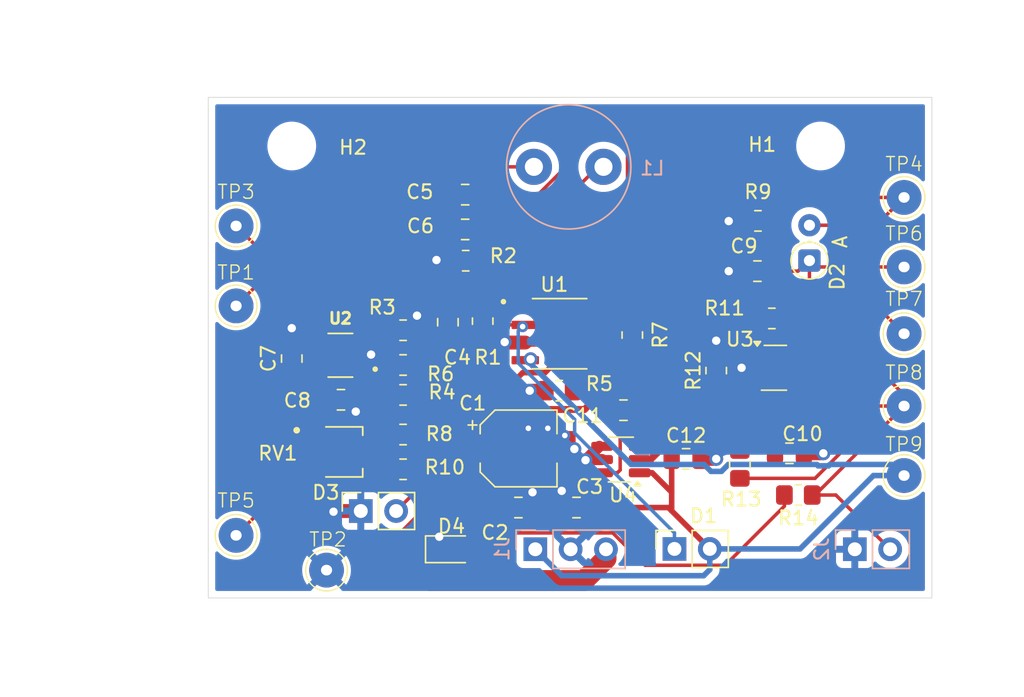
<source format=kicad_pcb>
(kicad_pcb (version 20241229) (generator "pcbnew") (generator_version "9.0")
  (layers (0 "F.Cu" signal) (2 "B.Cu" signal) (13 "F.Paste" user) (15 "B.Paste" user) (5 "F.SilkS" user "F.Silkscreen") (7 "B.SilkS" user "B.Silkscreen") (1 "F.Mask" user) (3 "B.Mask" user) (25 "Edge.Cuts" user))
  (net 0 "")
  (net 1 "GND")
  (net 2 "VCC")
  (net 3 "VEE")
  (net 4 "/Viu")
  (net 5 "Net-(D1-K)")
  (net 6 "/Vf")
  (net 7 "Net-(C5-Pad1)")
  (net 8 "Net-(U2--)")
  (net 9 "Net-(U4-C1-)")
  (net 10 "Net-(U4-C1+)")
  (net 11 "/Va")
  (net 12 "Net-(D3-A)")
  (net 13 "Net-(D4-A)")
  (net 14 "/Vir")
  (net 15 "Net-(U2-+)")
  (net 16 "Net-(U1B--)")
  (net 17 "/Vast")
  (net 18 "Net-(R8-Pad1)")
  (net 19 "/Vd")
  (footprint "Resistor_SMD:R_0805_2012Metric_Pad1.20x1.40mm_HandSolder" (layer "F.Cu") (at 64 69.25 180)
    (property "Reference" "R6" (at -2.7 -0.65 0) (layer "F.SilkS"))
    (property "Value" "100k")
    (pad "1" smd roundrect (at -1 0 180) (size 1.2 1.4) (layers "F.Cu" "F.Mask" "F.Paste") (roundrect_rratio 0.208333) (net 15 "Net-(U2-+)"))
    (pad "2" smd roundrect (at 1 0 180) (size 1.2 1.4) (layers "F.Cu" "F.Mask" "F.Paste") (roundrect_rratio 0.208333) (net 17 "/Vast"))
  )
  (footprint "Capacitor_SMD:C_0805_2012Metric_Pad1.18x1.45mm_HandSolder" (layer "F.Cu") (at 76.4625 79.5)
    (property "Reference" "C3" (at 0.9375 -1.5 0) (layer "F.SilkS"))
    (property "Value" "100n")
    (pad "1" smd roundrect (at -1.0375 0) (size 1.175 1.45) (layers "F.Cu" "F.Mask" "F.Paste") (roundrect_rratio 0.212766) (net 1 "GND"))
    (pad "2" smd roundrect (at 1.0375 0) (size 1.175 1.45) (layers "F.Cu" "F.Mask" "F.Paste") (roundrect_rratio 0.212766) (net 3 "VEE"))
  )
  (footprint "mesempreintes:TestPoint_Test-12" (layer "F.Cu") (at 52 59.25)
    (property "Reference" "TP3" (at 0 -2.45 0) (layer "F.SilkS") (effects (font (thickness 0.1))))
    (property "Value" "Vf")
    (pad "1" thru_hole circle (at 0 0) (size 2.5 2.5) (drill oval 0.8 0.762) (layers "*.Cu" "*.Mask") (net 6 "/Vf"))
  )
  (footprint "mesempreintes:TestPoint_Test-12" (layer "F.Cu") (at 100 67)
    (property "Reference" "TP7" (at 0 -2.5 0) (layer "F.SilkS") (effects (font (thickness 0.1))))
    (property "Value" "Vref")
    (pad "1" thru_hole circle (at 0 0) (size 2.5 2.5) (drill oval 0.8 0.762) (layers "*.Cu" "*.Mask") (net 19 "/Vd"))
  )
  (footprint "MCP6541T-E_OT:SOT95P280X145-5N" (layer "F.Cu") (at 59.495 68.55 180)
    (property "Reference" "U2" (at 0 2.65 0) (layer "F.SilkS") (effects (font (size 0.8 0.8) (thickness 0.2) (bold yes))))
    (property "Value" "MCP6541")
    (pad "1" smd roundrect (at -1.245 -0.95 180) (size 1.22 0.6) (layers "F.Cu" "F.Mask" "F.Paste") (net 17 "/Vast"))
    (pad "2" smd roundrect (at -1.245 0 180) (size 1.22 0.6) (layers "F.Cu" "F.Mask" "F.Paste") (net 1 "GND"))
    (pad "3" smd roundrect (at -1.245 0.95 180) (size 1.22 0.6) (layers "F.Cu" "F.Mask" "F.Paste") (net 15 "Net-(U2-+)"))
    (pad "4" smd roundrect (at 1.245 0.95 180) (size 1.22 0.6) (layers "F.Cu" "F.Mask" "F.Paste") (net 8 "Net-(U2--)"))
    (pad "5" smd roundrect (at 1.245 -0.95 180) (size 1.22 0.6) (layers "F.Cu" "F.Mask" "F.Paste") (net 2 "VCC"))
  )
  (footprint "Connector_PinSocket_2.54mm:PinSocket_1x02_P2.54mm_Vertical" (layer "F.Cu") (at 60.96 79.75 90)
    (property "Reference" "D3" (at 1.33 -2.51 180) (layer "F.SilkS"))
    (property "Value" "LED")
    (pad "1" thru_hole rect (at 0 0 90) (size 1.7 1.7) (drill 1) (layers "*.Cu" "*.Mask") (net 1 "GND"))
    (pad "2" thru_hole circle (at 0 2.54 90) (size 1.7 1.7) (drill 1) (layers "*.Cu" "*.Mask") (net 12 "Net-(D3-A)"))
  )
  (footprint "MountingHole:MountingHole_3mm" (layer "F.Cu") (at 94 53.5)
    (property "Reference" "H1" (at -4.2 -0.1 0) (layer "F.SilkS"))
    (property "Value" "MountingHole")
    (pad "" np_thru_hole circle (at 0 0) (size 3 3) (drill 3) (layers "*.Cu" "*.Mask"))
  )
  (footprint "Resistor_SMD:R_0805_2012Metric_Pad1.20x1.40mm_HandSolder" (layer "F.Cu") (at 89.5 58.885686 180)
    (property "Reference" "R9" (at 0 2.085686 0) (layer "F.SilkS"))
    (property "Value" "100k")
    (pad "1" smd roundrect (at -1 0 180) (size 1.2 1.4) (layers "F.Cu" "F.Mask" "F.Paste") (roundrect_rratio 0.208333) (net 19 "/Vd"))
    (pad "2" smd roundrect (at 1 0 180) (size 1.2 1.4) (layers "F.Cu" "F.Mask" "F.Paste") (roundrect_rratio 0.208333) (net 1 "GND"))
  )
  (footprint "mesempreintes:TestPoint_Test-12" (layer "F.Cu") (at 52 65)
    (property "Reference" "TP1" (at 0 -2.4 0) (layer "F.SilkS") (effects (font (thickness 0.1))))
    (property "Value" "Viu")
    (pad "1" thru_hole circle (at 0 0) (size 2.5 2.5) (drill oval 0.8 0.762) (layers "*.Cu" "*.Mask") (net 4 "/Viu"))
  )
  (footprint "Package_TO_SOT_SMD:SOT-23-6_Handsoldering" (layer "F.Cu") (at 79.65 76.05 180)
    (property "Reference" "U4" (at -0.15 -2.55 0) (layer "F.SilkS"))
    (property "Value" "MAX1719EUE+T")
    (pad "1" smd roundrect (at -1.35 -0.95 180) (size 1.56 0.65) (layers "F.Cu" "F.Mask" "F.Paste") (net 3 "VEE"))
    (pad "2" smd roundrect (at -1.35 0 180) (size 1.56 0.65) (layers "F.Cu" "F.Mask" "F.Paste") (net 2 "VCC"))
    (pad "3" smd roundrect (at -1.35 0.95 180) (size 1.56 0.65) (layers "F.Cu" "F.Mask" "F.Paste") (net 9 "Net-(U4-C1-)"))
    (pad "4" smd roundrect (at 1.35 0.95 180) (size 1.56 0.65) (layers "F.Cu" "F.Mask" "F.Paste") (net 1 "GND"))
    (pad "5" smd roundrect (at 1.35 0 180) (size 1.56 0.65) (layers "F.Cu" "F.Mask" "F.Paste") (net 1 "GND"))
    (pad "6" smd roundrect (at 1.35 -0.95 180) (size 1.56 0.65) (layers "F.Cu" "F.Mask" "F.Paste") (net 10 "Net-(U4-C1+)"))
  )
  (footprint "Resistor_SMD:R_0805_2012Metric_Pad1.20x1.40mm_HandSolder" (layer "F.Cu") (at 90.5 65.9 180)
    (property "Reference" "R11" (at 3.4 0.735 0) (layer "F.SilkS"))
    (property "Value" "100k")
    (pad "1" smd roundrect (at -1 0 180) (size 1.2 1.4) (layers "F.Cu" "F.Mask" "F.Paste") (roundrect_rratio 0.208333) (net 2 "VCC"))
    (pad "2" smd roundrect (at 1 0 180) (size 1.2 1.4) (layers "F.Cu" "F.Mask" "F.Paste") (roundrect_rratio 0.208333) (net 19 "/Vd"))
  )
  (footprint "Resistor_SMD:R_0805_2012Metric_Pad1.20x1.40mm_HandSolder" (layer "F.Cu") (at 86.5 69.65 90)
    (property "Reference" "R12" (at 0 -1.65 90) (layer "F.SilkS"))
    (property "Value" "10k")
    (pad "1" smd roundrect (at -1 0 90) (size 1.2 1.4) (layers "F.Cu" "F.Mask" "F.Paste") (roundrect_rratio 0.208333) (net 19 "/Vd"))
    (pad "2" smd roundrect (at 1 0 90) (size 1.2 1.4) (layers "F.Cu" "F.Mask" "F.Paste") (roundrect_rratio 0.208333) (net 1 "GND"))
  )
  (footprint "mesempreintes:TestPoint_Test-12" (layer "F.Cu") (at 100 77.2)
    (property "Reference" "TP9" (at 0 -2.25 0) (layer "F.SilkS") (effects (font (thickness 0.1))))
    (property "Value" "VEE")
    (pad "1" thru_hole circle (at 0 0) (size 2.5 2.5) (drill oval 0.8 0.762) (layers "*.Cu" "*.Mask") (net 3 "VEE"))
  )
  (footprint "Resistor_SMD:R_0805_2012Metric_Pad1.20x1.40mm_HandSolder" (layer "F.Cu") (at 92.4 78.6 180)
    (property "Reference" "R14" (at 0 -1.65 0) (layer "F.SilkS"))
    (property "Value" "330")
    (pad "1" smd roundrect (at -1 0 180) (size 1.2 1.4) (layers "F.Cu" "F.Mask" "F.Paste") (roundrect_rratio 0.208333) (net 14 "/Vir"))
    (pad "2" smd roundrect (at 1 0 180) (size 1.2 1.4) (layers "F.Cu" "F.Mask" "F.Paste") (roundrect_rratio 0.208333) (net 13 "Net-(D4-A)"))
  )
  (footprint "Resistor_SMD:R_0805_2012Metric_Pad1.20x1.40mm_HandSolder" (layer "F.Cu") (at 75.22 71.095 180)
    (property "Reference" "R5" (at -2.88 0.495 0) (layer "F.SilkS"))
    (property "Value" "10k")
    (pad "1" smd roundrect (at -1 0 180) (size 1.2 1.4) (layers "F.Cu" "F.Mask" "F.Paste") (roundrect_rratio 0.208333) (net 16 "Net-(U1B--)"))
    (pad "2" smd roundrect (at 1 0 180) (size 1.2 1.4) (layers "F.Cu" "F.Mask" "F.Paste") (roundrect_rratio 0.208333) (net 1 "GND"))
  )
  (footprint "Resistor_SMD:R_0805_2012Metric_Pad1.20x1.40mm_HandSolder" (layer "F.Cu") (at 69.72 66.095 90)
    (property "Reference" "R1" (at -2.605 0.38 180) (layer "F.SilkS"))
    (property "Value" "100k")
    (pad "1" smd roundrect (at -1 0 90) (size 1.2 1.4) (layers "F.Cu" "F.Mask" "F.Paste") (roundrect_rratio 0.208333) (net 5 "Net-(D1-K)"))
    (pad "2" smd roundrect (at 1 0 90) (size 1.2 1.4) (layers "F.Cu" "F.Mask" "F.Paste") (roundrect_rratio 0.208333) (net 4 "/Viu"))
  )
  (footprint "mesempreintes:TestPoint_Test-12" (layer "F.Cu") (at 58.5 84)
    (property "Reference" "TP2" (at 0.1 -2.2 0) (layer "F.SilkS") (effects (font (thickness 0.1))))
    (property "Value" "GND")
    (pad "1" thru_hole circle (at 0 0) (size 2.5 2.5) (drill oval 0.8 0.762) (layers "*.Cu" "*.Mask") (net 1 "GND"))
  )
  (footprint "mesempreintes:TestPoint_Test-12" (layer "F.Cu") (at 52 81.5)
    (property "Reference" "TP5" (at 0 -2.5 0) (layer "F.SilkS") (effects (font (thickness 0.1))))
    (property "Value" "Vast")
    (pad "1" thru_hole circle (at 0 0) (size 2.5 2.5) (drill oval 0.8 0.762) (layers "*.Cu" "*.Mask") (net 17 "/Vast"))
  )
  (footprint "Capacitor_SMD:C_0805_2012Metric_Pad1.18x1.45mm_HandSolder" (layer "F.Cu") (at 84.3375 76)
    (property "Reference" "C12" (at 0 -1.68 0) (layer "F.SilkS"))
    (property "Value" "1u")
    (pad "1" smd roundrect (at -1.0375 0) (size 1.175 1.45) (layers "F.Cu" "F.Mask" "F.Paste") (roundrect_rratio 0.212766) (net 3 "VEE"))
    (pad "2" smd roundrect (at 1.0375 0) (size 1.175 1.45) (layers "F.Cu" "F.Mask" "F.Paste") (roundrect_rratio 0.212766) (net 1 "GND"))
  )
  (footprint "Capacitor_SMD:C_0805_2012Metric_Pad1.18x1.45mm_HandSolder" (layer "F.Cu") (at 79.8375 72.5)
    (property "Reference" "C11" (at -2.9375 0.4 0) (layer "F.SilkS"))
    (property "Value" "1u")
    (pad "1" smd roundrect (at -1.0375 0) (size 1.175 1.45) (layers "F.Cu" "F.Mask" "F.Paste") (roundrect_rratio 0.212766) (net 10 "Net-(U4-C1+)"))
    (pad "2" smd roundrect (at 1.0375 0) (size 1.175 1.45) (layers "F.Cu" "F.Mask" "F.Paste") (roundrect_rratio 0.212766) (net 9 "Net-(U4-C1-)"))
  )
  (footprint "mesempreintes:TestPoint_Test-12" (layer "F.Cu") (at 100 62.2)
    (property "Reference" "TP6" (at 0 -2.4 0) (layer "F.SilkS") (effects (font (thickness 0.1))))
    (property "Value" "Vd")
    (pad "1" thru_hole circle (at 0 0) (size 2.5 2.5) (drill oval 0.8 0.762) (layers "*.Cu" "*.Mask") (net 19 "/Vd"))
  )
  (footprint "Capacitor_SMD:C_0805_2012Metric_Pad1.18x1.45mm_HandSolder" (layer "F.Cu") (at 91.7625 75.6)
    (property "Reference" "C10" (at 0.9375 -1.4 0) (layer "F.SilkS"))
    (property "Value" "100n")
    (pad "1" smd roundrect (at -1.0375 0) (size 1.175 1.45) (layers "F.Cu" "F.Mask" "F.Paste") (roundrect_rratio 0.212766) (net 2 "VCC"))
    (pad "2" smd roundrect (at 1.0375 0) (size 1.175 1.45) (layers "F.Cu" "F.Mask" "F.Paste") (roundrect_rratio 0.212766) (net 1 "GND"))
  )
  (footprint "Resistor_SMD:R_0805_2012Metric_Pad1.20x1.40mm_HandSolder" (layer "F.Cu") (at 88.2 76.4 -90)
    (property "Reference" "R13" (at 2.5 -0.1 180) (layer "F.SilkS"))
    (property "Value" "330")
    (pad "1" smd roundrect (at -1 0 270) (size 1.2 1.4) (layers "F.Cu" "F.Mask" "F.Paste") (roundrect_rratio 0.208333) (net 2 "VCC"))
    (pad "2" smd roundrect (at 1 0 270) (size 1.2 1.4) (layers "F.Cu" "F.Mask" "F.Paste") (roundrect_rratio 0.208333) (net 14 "/Vir"))
  )
  (footprint "Capacitor_SMD:CP_Elec_5x5.4" (layer "F.Cu") (at 72.3 75.25)
    (property "Reference" "C1" (at -3.3 -3.25 0) (layer "F.SilkS"))
    (property "Value" "47u")
    (pad "1" smd roundrect (at -2.2 0) (size 3 1.6) (layers "F.Cu" "F.Mask" "F.Paste") (roundrect_rratio 0.15625) (net 2 "VCC"))
    (pad "2" smd roundrect (at 2.2 0) (size 3 1.6) (layers "F.Cu" "F.Mask" "F.Paste") (roundrect_rratio 0.15625) (net 1 "GND"))
  )
  (footprint "Capacitor_SMD:C_0805_2012Metric_Pad1.18x1.45mm_HandSolder" (layer "F.Cu") (at 59.5375 71.75)
    (property "Reference" "C8" (at -3.1375 0.05 0) (layer "F.SilkS"))
    (property "Value" "100n")
    (pad "1" smd roundrect (at -1.0375 0) (size 1.175 1.45) (layers "F.Cu" "F.Mask" "F.Paste") (roundrect_rratio 0.212766) (net 2 "VCC"))
    (pad "2" smd roundrect (at 1.0375 0) (size 1.175 1.45) (layers "F.Cu" "F.Mask" "F.Paste") (roundrect_rratio 0.212766) (net 1 "GND"))
  )
  (footprint "Capacitor_SMD:C_0805_2012Metric_Pad1.18x1.45mm_HandSolder" (layer "F.Cu") (at 68.4625 59.5)
    (property "Reference" "C6" (at -3.2125 -0.25 0) (layer "F.SilkS"))
    (property "Value" "1n")
    (pad "1" smd roundrect (at -1.0375 0) (size 1.175 1.45) (layers "F.Cu" "F.Mask" "F.Paste") (roundrect_rratio 0.212766) (net 7 "Net-(C5-Pad1)"))
    (pad "2" smd roundrect (at 1.0375 0) (size 1.175 1.45) (layers "F.Cu" "F.Mask" "F.Paste") (roundrect_rratio 0.212766) (net 6 "/Vf"))
  )
  (footprint "Resistor_SMD:R_0805_2012Metric_Pad1.20x1.40mm_HandSolder" (layer "F.Cu") (at 68.5 61.75 180)
    (property "Reference" "R2" (at -2.7 0.35 0) (layer "F.SilkS"))
    (property "Value" "100")
    (pad "1" smd roundrect (at -1 0 180) (size 1.2 1.4) (layers "F.Cu" "F.Mask" "F.Paste") (roundrect_rratio 0.208333) (net 6 "/Vf"))
    (pad "2" smd roundrect (at 1 0 180) (size 1.2 1.4) (layers "F.Cu" "F.Mask" "F.Paste") (roundrect_rratio 0.208333) (net 1 "GND"))
  )
  (footprint "Capacitor_SMD:C_0805_2012Metric_Pad1.18x1.45mm_HandSolder" (layer "F.Cu") (at 72.2875 79.5)
    (property "Reference" "C2" (at -1.683063 1.8 0) (layer "F.SilkS"))
    (property "Value" "100n")
    (pad "1" smd roundrect (at -1.0375 0) (size 1.175 1.45) (layers "F.Cu" "F.Mask" "F.Paste") (roundrect_rratio 0.212766) (net 2 "VCC"))
    (pad "2" smd roundrect (at 1.0375 0) (size 1.175 1.45) (layers "F.Cu" "F.Mask" "F.Paste") (roundrect_rratio 0.212766) (net 1 "GND"))
  )
  (footprint "mesempreintes:TestPoint_Test-12" (layer "F.Cu") (at 100 72.2)
    (property "Reference" "TP8" (at 0 -2.4 0) (layer "F.SilkS") (effects (font (thickness 0.1))))
    (property "Value" "Vir")
    (pad "1" thru_hole circle (at 0 0) (size 2.5 2.5) (drill oval 0.8 0.762) (layers "*.Cu" "*.Mask") (net 14 "/Vir"))
  )
  (footprint "Resistor_SMD:R_0805_2012Metric_Pad1.20x1.40mm_HandSolder" (layer "F.Cu") (at 64 76.75)
    (property "Reference" "R10" (at 3 -0.15 0) (layer "F.SilkS"))
    (property "Value" "330k")
    (pad "1" smd roundrect (at -1 0) (size 1.2 1.4) (layers "F.Cu" "F.Mask" "F.Paste") (roundrect_rratio 0.208333) (net 17 "/Vast"))
    (pad "2" smd roundrect (at 1 0) (size 1.2 1.4) (layers "F.Cu" "F.Mask" "F.Paste") (roundrect_rratio 0.208333) (net 12 "Net-(D3-A)"))
  )
  (footprint "Diode_THT:D_DO-35_SOD27_P2.54mm_Vertical_AnodeUp" (layer "F.Cu") (at 93.2 61.74 90)
    (property "Reference" "D2" (at -1.16 2 90) (layer "F.SilkS"))
    (property "Value" "1N4148")
    (fp_text user "A" (at 1.34 2.2 90) (layer "F.SilkS"))
    (pad "1" thru_hole roundrect (at 0 0 90) (size 1.6 1.6) (drill 0.8) (layers "*.Cu" "*.Mask") (roundrect_rratio 0.15625) (net 19 "/Vd"))
    (pad "2" thru_hole circle (at 2.54 0 90) (size 1.6 1.6) (drill 0.8) (layers "*.Cu" "*.Mask") (net 11 "/Va"))
  )
  (footprint "MountingHole:MountingHole_3mm" (layer "F.Cu") (at 56 53.5)
    (property "Reference" "H2" (at 4.4 0.1 0) (layer "F.SilkS"))
    (property "Value" "MountingHole")
    (pad "" np_thru_hole circle (at 0 0) (size 3 3) (drill 3) (layers "*.Cu" "*.Mask"))
  )
  (footprint "Package_TO_SOT_SMD:SOT-23-5_HandSoldering" (layer "F.Cu") (at 90.65 69.45)
    (property "Reference" "U3" (at -2.45 -2.05 0) (layer "F.SilkS"))
    (property "Value" "LMV331")
    (pad "1" smd roundrect (at -1.35 -0.95) (size 1.56 0.65) (layers "F.Cu" "F.Mask" "F.Paste") (net 19 "/Vd"))
    (pad "2" smd roundrect (at -1.35 0) (size 1.56 0.65) (layers "F.Cu" "F.Mask" "F.Paste") (net 1 "GND"))
    (pad "3" smd roundrect (at -1.35 0.95) (size 1.56 0.65) (layers "F.Cu" "F.Mask" "F.Paste") (net 19 "/Vd"))
    (pad "4" smd roundrect (at 1.35 0.95) (size 1.56 0.65) (layers "F.Cu" "F.Mask" "F.Paste") (net 14 "/Vir"))
    (pad "5" smd roundrect (at 1.35 -0.95) (size 1.56 0.65) (layers "F.Cu" "F.Mask" "F.Paste") (net 2 "VCC"))
  )
  (footprint "Resistor_SMD:R_0805_2012Metric_Pad1.20x1.40mm_HandSolder" (layer "F.Cu") (at 64 66.75 180)
    (property "Reference" "R3" (at 1.5 1.65 0) (layer "F.SilkS"))
    (property "Value" "100k")
    (pad "1" smd roundrect (at -1 0 180) (size 1.2 1.4) (layers "F.Cu" "F.Mask" "F.Paste") (roundrect_rratio 0.208333) (net 1 "GND"))
    (pad "2" smd roundrect (at 1 0 180) (size 1.2 1.4) (layers "F.Cu" "F.Mask" "F.Paste") (roundrect_rratio 0.208333) (net 15 "Net-(U2-+)"))
  )
  (footprint "LMV358IDR:SOIC127P599X175-8N" (layer "F.Cu") (at 75.25 67)
    (property "Reference" "U1" (at -0.385 -3.537 0) (layer "F.SilkS"))
    (property "Value" "LMV358")
    (pad "1" smd roundrect (at -2.47 -1.905) (size 1.97 0.6) (layers "F.Cu" "F.Mask" "F.Paste") (roundrect_rratio 0.125) (net 4 "/Viu"))
    (pad "2" smd roundrect (at -2.47 -0.635) (size 1.97 0.6) (layers "F.Cu" "F.Mask" "F.Paste") (roundrect_rratio 0.125) (net 5 "Net-(D1-K)"))
    (pad "3" smd roundrect (at -2.47 0.635) (size 1.97 0.6) (layers "F.Cu" "F.Mask" "F.Paste") (roundrect_rratio 0.125) (net 1 "GND"))
    (pad "4" smd roundrect (at -2.47 1.905) (size 1.97 0.6) (layers "F.Cu" "F.Mask" "F.Paste") (roundrect_rratio 0.125) (net 3 "VEE"))
    (pad "5" smd roundrect (at 2.47 1.905) (size 1.97 0.6) (layers "F.Cu" "F.Mask" "F.Paste") (roundrect_rratio 0.125) (net 6 "/Vf"))
    (pad "6" smd roundrect (at 2.47 0.635) (size 1.97 0.6) (layers "F.Cu" "F.Mask" "F.Paste") (roundrect_rratio 0.125) (net 16 "Net-(U1B--)"))
    (pad "7" smd roundrect (at 2.47 -0.635) (size 1.97 0.6) (layers "F.Cu" "F.Mask" "F.Paste") (roundrect_rratio 0.125) (net 11 "/Va"))
    (pad "8" smd roundrect (at 2.47 -1.905) (size 1.97 0.6) (layers "F.Cu" "F.Mask" "F.Paste") (roundrect_rratio 0.125) (net 2 "VCC"))
  )
  (footprint "TC33X-2-203E:TRIM_TC33X-2-203E" (layer "F.Cu") (at 59.3 75.5)
    (property "Reference" "RV1" (at -4.3 0.1 0) (layer "F.SilkS") (effects (font (size 1.000165 1.000165))))
    (property "Value" "5k")
    (pad "1" smd rect (at -1.8 -1) (size 1.2 1.2) (layers "F.Cu" "F.Mask" "F.Paste") (net 8 "Net-(U2--)"))
    (pad "2" smd rect (at 1.45 0) (size 1.5 1.6) (layers "F.Cu" "F.Mask" "F.Paste") (net 18 "Net-(R8-Pad1)"))
    (pad "3" smd rect (at -1.8 1) (size 1.2 1.2) (layers "F.Cu" "F.Mask" "F.Paste") (net 18 "Net-(R8-Pad1)"))
  )
  (footprint "Resistor_SMD:R_0805_2012Metric_Pad1.20x1.40mm_HandSolder" (layer "F.Cu") (at 64 71.4 180)
    (property "Reference" "R4" (at -2.8 0.2 0) (layer "F.SilkS"))
    (property "Value" "100k")
    (pad "1" smd roundrect (at -1 0 180) (size 1.2 1.4) (layers "F.Cu" "F.Mask" "F.Paste") (roundrect_rratio 0.208333) (net 2 "VCC"))
    (pad "2" smd roundrect (at 1 0 180) (size 1.2 1.4) (layers "F.Cu" "F.Mask" "F.Paste") (roundrect_rratio 0.208333) (net 15 "Net-(U2-+)"))
  )
  (footprint "mesempreintes:TestPoint_Test-12" (layer "F.Cu") (at 100 57.2)
    (property "Reference" "TP4" (at 0 -2.4 0) (layer "F.SilkS") (effects (font (thickness 0.1))))
    (property "Value" "Va")
    (pad "1" thru_hole circle (at 0 0) (size 2.5 2.5) (drill oval 0.8 0.762) (layers "*.Cu" "*.Mask") (net 11 "/Va"))
  )
  (footprint "Capacitor_SMD:C_0805_2012Metric_Pad1.18x1.45mm_HandSolder" (layer "F.Cu") (at 68.4625 57)
    (property "Reference" "C5" (at -3.2625 -0.2 0) (layer "F.SilkS"))
    (property "Value" "10n")
    (pad "1" smd roundrect (at -1.0375 0) (size 1.175 1.45) (layers "F.Cu" "F.Mask" "F.Paste") (roundrect_rratio 0.212766) (net 7 "Net-(C5-Pad1)"))
    (pad "2" smd roundrect (at 1.0375 0) (size 1.175 1.45) (layers "F.Cu" "F.Mask" "F.Paste") (roundrect_rratio 0.212766) (net 6 "/Vf"))
  )
  (footprint "Resistor_SMD:R_0805_2012Metric_Pad1.20x1.40mm_HandSolder" (layer "F.Cu") (at 80.47 67.095 90)
    (property "Reference" "R7" (at 0 2 90) (layer "F.SilkS"))
    (property "Value" "100k")
    (pad "1" smd roundrect (at -1 0 90) (size 1.2 1.4) (layers "F.Cu" "F.Mask" "F.Paste") (roundrect_rratio 0.208333) (net 16 "Net-(U1B--)"))
    (pad "2" smd roundrect (at 1 0 90) (size 1.2 1.4) (layers "F.Cu" "F.Mask" "F.Paste") (roundrect_rratio 0.208333) (net 11 "/Va"))
  )
  (footprint "Capacitor_SMD:C_0805_2012Metric_Pad1.18x1.45mm_HandSolder" (layer "F.Cu") (at 56 68.7875 90)
    (property "Reference" "C7" (at 0 -1.68 90) (layer "F.SilkS"))
    (property "Value" "1n")
    (pad "1" smd roundrect (at -1.0375 0 90) (size 1.175 1.45) (layers "F.Cu" "F.Mask" "F.Paste") (roundrect_rratio 0.212766) (net 8 "Net-(U2--)"))
    (pad "2" smd roundrect (at 1.0375 0 90) (size 1.175 1.45) (layers "F.Cu" "F.Mask" "F.Paste") (roundrect_rratio 0.212766) (net 1 "GND"))
  )
  (footprint "Resistor_SMD:R_0805_2012Metric_Pad1.20x1.40mm_HandSolder" (layer "F.Cu") (at 64 74.25)
    (property "Reference" "R8" (at 2.6 -0.05 0) (layer "F.SilkS"))
    (property "Value" "56k")
    (pad "1" smd roundrect (at -1 0) (size 1.2 1.4) (layers "F.Cu" "F.Mask" "F.Paste") (roundrect_rratio 0.208333) (net 18 "Net-(R8-Pad1)"))
    (pad "2" smd roundrect (at 1 0) (size 1.2 1.4) (layers "F.Cu" "F.Mask" "F.Paste") (roundrect_rratio 0.208333) (net 17 "/Vast"))
  )
  (footprint "Capacitor_SMD:C_0805_2012Metric_Pad1.18x1.45mm_HandSolder" (layer "F.Cu") (at 67.22 66.1725 90)
    (property "Reference" "C4" (at -2.5275 0.68 180) (layer "F.SilkS"))
    (property "Value" "10p")
    (pad "1" smd roundrect (at -1.0375 0 90) (size 1.175 1.45) (layers "F.Cu" "F.Mask" "F.Paste") (roundrect_rratio 0.212766) (net 5 "Net-(D1-K)"))
    (pad "2" smd roundrect (at 1.0375 0 90) (size 1.175 1.45) (layers "F.Cu" "F.Mask" "F.Paste") (roundrect_rratio 0.212766) (net 4 "/Viu"))
  )
  (footprint "LED_SMD:LED_0805_2012Metric_Pad1.15x1.40mm_HandSolder" (layer "F.Cu") (at 67.475 82.5)
    (property "Reference" "D4" (at 0 -1.65 0) (layer "F.SilkS"))
    (property "Value" "LED")
    (pad "1" smd roundrect (at -1.025 0) (size 1.15 1.4) (layers "F.Cu" "F.Mask" "F.Paste") (roundrect_rratio 0.217391) (net 1 "GND"))
    (pad "2" smd roundrect (at 1.025 0) (size 1.15 1.4) (layers "F.Cu" "F.Mask" "F.Paste") (roundrect_rratio 0.217391) (net 13 "Net-(D4-A)"))
  )
  (footprint "Capacitor_SMD:C_0805_2012Metric_Pad1.18x1.45mm_HandSolder" (layer "F.Cu") (at 89.4625 62.5 180)
    (property "Reference" "C9" (at 0.9625 1.8 0) (layer "F.SilkS"))
    (property "Value" "10n")
    (pad "1" smd roundrect (at -1.0375 0 180) (size 1.175 1.45) (layers "F.Cu" "F.Mask" "F.Paste") (roundrect_rratio 0.212766) (net 19 "/Vd"))
    (pad "2" smd roundrect (at 1.0375 0 180) (size 1.175 1.45) (layers "F.Cu" "F.Mask" "F.Paste") (roundrect_rratio 0.212766) (net 1 "GND"))
  )
  (footprint "Connector_PinSocket_2.54mm:PinSocket_1x02_P2.54mm_Vertical" (layer "F.Cu") (at 83.5 82.475 90)
    (property "Reference" "D1" (at 2.375 2.1 180) (layer "F.SilkS"))
    (property "Value" "SFH203FA")
    (pad "1" thru_hole rect (at 0 0 90) (size 1.7 1.7) (drill 1) (layers "*.Cu" "*.Mask") (net 5 "Net-(D1-K)"))
    (pad "2" thru_hole circle (at 0 2.54 90) (size 1.7 1.7) (drill 1) (layers "*.Cu" "*.Mask") (net 3 "VEE"))
  )
  (footprint "Connector_PinHeader_2.54mm:PinHeader_1x02_P2.54mm_Vertical" (layer "B.Cu") (at 96.46 82.5 -90)
    (property "Reference" "J2" (at 0 2.38 90) (layer "B.SilkS") (effects (justify mirror)))
    (property "Value" "Conn_01x02_Pin")
    (pad "1" thru_hole rect (at 0 0 270) (size 1.7 1.7) (drill 1) (layers "*.Cu" "*.Mask") (net 1 "GND"))
    (pad "2" thru_hole circle (at 0 -2.54 270) (size 1.7 1.7) (drill 1) (layers "*.Cu" "*.Mask") (net 14 "/Vir"))
  )
  (footprint "Connector_PinHeader_2.54mm:PinHeader_1x03_P2.54mm_Vertical" (layer "B.Cu") (at 73.5 82.5 -90)
    (property "Reference" "J1" (at 0 2.38 90) (layer "B.SilkS") (effects (justify mirror)))
    (property "Value" "Alimentation")
    (pad "1" thru_hole rect (at 0 0 270) (size 1.7 1.7) (drill 1) (layers "*.Cu" "*.Mask") (net 3 "VEE"))
    (pad "2" thru_hole circle (at 0 -2.54 270) (size 1.7 1.7) (drill 1) (layers "*.Cu" "*.Mask") (net 1 "GND"))
    (pad "3" thru_hole circle (at 0 -5.08 270) (size 1.7 1.7) (drill 1) (layers "*.Cu" "*.Mask") (net 2 "VCC"))
  )
  (footprint "Inductor_THT:L_Radial_D8.7mm_P5.00mm_Fastron_07HCP" (layer "B.Cu") (at 78.4 55 180)
    (property "Reference" "L1" (at -3.5 -0.1 0) (layer "B.SilkS") (effects (justify mirror)))
    (property "Value" "22m")
    (pad "1" thru_hole circle (at 0 0 180) (size 2.6 2.6) (drill 1.3) (layers "*.Cu" "*.Mask") (net 4 "/Viu"))
    (pad "2" thru_hole circle (at 5 0 180) (size 2.6 2.6) (drill 1.3) (layers "*.Cu" "*.Mask") (net 7 "Net-(C5-Pad1)"))
  )
  (gr_rect (start 50 50) (end 102 86) (stroke (width 0.05)) (fill no) (layer "Edge.Cuts"))
  (gr_text "Détecteur de présence" (at 73.6 52.3 0) (layer "F.Cu") (effects (font (size 1 1) (thickness 0.25) (bold yes)) (justify left bottom)))
  (gr_text "Mustapha Lahmer" (at 59 52.3 0) (layer "F.Cu") (effects (font (size 1 1) (thickness 0.25) (bold yes)) (justify left bottom)))
  (segment (start 78.3 75.1) (end 78.1 75.1) (width 0.4) (layer "F.Cu") (net 1))
  (segment (start 88.350001 69.449999) (end 88.323289 69.449999) (width 0.8) (layer "F.Cu") (net 1))
  (segment (start 60.575 71.75) (end 60.575 72.575) (width 0.8) (layer "F.Cu") (net 1))
  (segment (start 75.425 78.325) (end 75.4 78.3) (width 1) (layer "F.Cu") (net 1))
  (segment (start 73.325 78.425) (end 73.3 78.4) (width 1) (layer "F.Cu") (net 1))
  (segment (start 73.325 79.5) (end 73.325 78.425) (width 1) (layer "F.Cu") (net 1))
  (segment (start 88.45 69.45) (end 88.4 69.4) (width 0.8) (layer "F.Cu") (net 1))
  (segment (start 60.74 68.55) (end 61.65 68.55) (width 0.8) (layer "F.Cu") (net 1))
  (segment (start 72.78 67.635) (end 71.335 67.635) (width 1) (layer "F.Cu") (net 1))
  (segment (start 60.96 79.75) (end 59.05 79.75) (width 1) (layer "F.Cu") (net 1))
  (segment (start 66.45 81.75) (end 66.6 81.6) (width 1) (layer "F.Cu") (net 1))
  (segment (start 66.45 82.5) (end 66.45 81.75) (width 1) (layer "F.Cu") (net 1))
  (segment (start 59.05 79.75) (end 59 79.8) (width 1) (layer "F.Cu") (net 1))
  (segment (start 65 66.75) (end 65 65.7) (width 1) (layer "F.Cu") (net 1))
  (segment (start 77.107598 76.092408) (end 77.107614 76.092408) (width 0.8) (layer "F.Cu") (net 1))
  (segment (start 77.15 76.05) (end 78.3 76.05) (width 0.8) (layer "F.Cu") (net 1))
  (segment (start 74.22 71.095) (end 73.105 71.095) (width 1) (layer "F.Cu") (net 1))
  (segment (start 71.335 67.635) (end 71.3 67.6) (width 1) (layer "F.Cu") (net 1))
  (segment (start 73.105 71.095) (end 73.1 71.1) (width 1) (layer "F.Cu") (net 1))
  (segment (start 92.8 75.6) (end 94.2 75.6) (width 1) (layer "F.Cu") (net 1))
  (segment (start 60.575 72.575) (end 60.6 72.6) (width 0.8) (layer "F.Cu") (net 1))
  (segment (start 56 67.75) (end 56 66.6) (width 1) (layer "F.Cu") (net 1))
  (segment (start 67.5 61.75) (end 66.45 61.75) (width 1) (layer "F.Cu") (net 1))
  (segment (start 66.45 61.75) (end 66.4 61.7) (width 1) (layer "F.Cu") (net 1))
  (segment (start 88.5 58.885686) (end 87.414314 58.885686) (width 1) (layer "F.Cu") (net 1))
  (segment (start 89.3 69.45) (end 88.45 69.45) (width 0.8) (layer "F.Cu") (net 1))
  (segment (start 77.15 76.050022) (end 77.15 76.05) (width 0.8) (layer "F.Cu") (net 1))
  (segment (start 88.4 69.4) (end 88.350001 69.449999) (width 0.8) (layer "F.Cu") (net 1))
  (segment (start 86.5 68.65) (end 86.5 67.5) (width 1) (layer "F.Cu") (net 1))
  (segment (start 74.5 75.25) (end 76.26519 75.25) (width 0.4) (layer "F.Cu") (net 1))
  (segment (start 75.425 79.5) (end 75.425 78.325) (width 1) (layer "F.Cu") (net 1))
  (segment (start 87.414314 58.885686) (end 87.4 58.9) (width 1) (layer "F.Cu") (net 1))
  (segment (start 76.26519 75.25) (end 76.307595 75.292405) (width 0.4) (layer "F.Cu") (net 1))
  (segment (start 85.375 76) (end 86.5 76) (width 1) (layer "F.Cu") (net 1))
  (segment (start 77.107614 76.092408) (end 77.15 76.050022) (width 0.8) (layer "F.Cu") (net 1))
  (segment (start 78.1 75.1) (end 77.15 76.05) (width 0.8) (layer "F.Cu") (net 1))
  (segment (start 88.425 62.5) (end 87.4 62.5) (width 1) (layer "F.Cu") (net 1))
  (segment (start 61.65 68.55) (end 61.7 68.5) (width 0.8) (layer "F.Cu") (net 1))
  (via (at 73 73.8) (size 0.8) (drill 0.4) (layers "F.Cu" "B.Cu") (net 1))
  (via (at 59 79.8) (size 1) (drill 0.6) (layers "F.Cu" "B.Cu") (net 1))
  (via (at 77.107598 76.092408) (size 1) (drill 0.6) (layers "F.Cu" "B.Cu") (net 1))
  (via (at 76.307595 75.292405) (size 1) (drill 0.6) (layers "F.Cu" "B.Cu") (net 1))
  (via (at 74.4 73.8) (size 0.8) (drill 0.4) (layers "F.Cu" "B.Cu") (net 1))
  (via (at 56 66.6) (size 1) (drill 0.6) (layers "F.Cu" "B.Cu") (net 1))
  (via (at 94.2 75.6) (size 1) (drill 0.6) (layers "F.Cu" "B.Cu") (net 1))
  (via (at 66.6 81.6) (size 1) (drill 0.6) (layers "F.Cu" "B.Cu") (net 1))
  (via (at 73.1 71.1) (size 1) (drill 0.6) (layers "F.Cu" "B.Cu") (net 1))
  (via (at 87.4 62.5) (size 1) (drill 0.6) (layers "F.Cu" "B.Cu") (net 1))
  (via (at 86.5 67.5) (size 1) (drill 0.6) (layers "F.Cu" "B.Cu") (net 1))
  (via (at 60.6 72.6) (size 1) (drill 0.6) (layers "F.Cu" "B.Cu") (net 1))
  (via (at 73.3 78.4) (size 1) (drill 0.6) (layers "F.Cu" "B.Cu") (net 1))
  (via (at 88.323289 69.449999) (size 1) (drill 0.6) (layers "F.Cu" "B.Cu") (net 1))
  (via (at 87.4 58.9) (size 1) (drill 0.6) (layers "F.Cu" "B.Cu") (net 1))
  (via (at 86.5 76) (size 1) (drill 0.6) (layers "F.Cu" "B.Cu") (net 1))
  (via (at 71.3 67.6) (size 1) (drill 0.6) (layers "F.Cu" "B.Cu") (net 1))
  (via (at 75.622221 74.318212) (size 0.8) (drill 0.4) (layers "F.Cu" "B.Cu") (net 1))
  (via (at 75.4 78.3) (size 1) (drill 0.6) (layers "F.Cu" "B.Cu") (net 1))
  (via (at 65 65.7) (size 1) (drill 0.6) (layers "F.Cu" "B.Cu") (net 1))
  (via (at 66.4 61.7) (size 1) (drill 0.6) (layers "F.Cu" "B.Cu") (net 1))
  (via (at 61.7 68.5) (size 1) (drill 0.6) (layers "F.Cu" "B.Cu") (net 1))
  (segment (start 82.4 74) (end 82.4 74.2) (width 0.5) (layer "F.Cu") (net 2))
  (segment (start 89.2 72.6) (end 89 72.4) (width 1) (layer "F.Cu") (net 2))
  (segment (start 90 72.4) (end 90.6 72.4) (width 1.5) (layer "F.Cu") (net 2))
  (segment (start 70.1 74.1) (end 68.8 72.8) (width 1.5) (layer "F.Cu") (net 2))
  (segment (start 63.6 82.4) (end 66.4 79.6) (width 1.5) (layer "F.Cu") (net 2))
  (segment (start 93.481 69.875324) (end 93.481 70.924676) (width 1) (layer "F.Cu") (net 2))
  (segment (start 65 71.4) (end 67.4 71.4) (width 1) (layer "F.Cu") (net 2))
  (segment (start 91.5 65.9) (end 95.6 70) (width 1) (layer "F.Cu") (net 2))
  (segment (start 67.4 71.4) (end 67.5 71.5) (width 1) (layer "F.Cu") (net 2))
  (segment (start 91.6 72.4) (end 89 72.4) (width 1) (layer "F.Cu") (net 2))
  (segment (start 88.2 72.4) (end 89 72.4) (width 1.5) (layer "F.Cu") (net 2))
  (segment (start 84 72.4) (end 88.2 72.4) (width 1.5) (layer "F.Cu") (net 2))
  (segment (start 92.105676 68.5) (end 93.481 69.875324) (width 1) (layer "F.Cu") (net 2))
  (segment (start 66.4 79.6) (end 69 79.6) (width 1.5) (layer "F.Cu") (net 2))
  (segment (start 84 72.4) (end 82.4 74) (width 1.5) (layer "F.Cu") (net 2))
  (segment (start 92.005676 72.4) (end 91.652122 72.4) (width 1) (layer "F.Cu") (net 2))
  (segment (start 61.949 71.313208) (end 61.949 72.147292) (width 0.5) (layer "F.Cu") (net 2))
  (segment (start 82.2615 75.568499) (end 82.2615 74.3385) (width 0.5) (layer "F.Cu") (net 2))
  (segment (start 75 65.8) (end 75 69) (width 0.4) (layer "F.Cu") (net 2))
  (segment (start 75 69) (end 74.2 69.8) (width 0.4) (layer "F.Cu") (net 2))
  (segment (start 71.25 79.5) (end 69.5 79.5) (width 1) (layer "F.Cu") (net 2))
  (segment (start 82.4 70.8) (end 84 72.4) (width 0.5) (layer "F.Cu") (net 2))
  (segment (start 95.6 71.2) (end 93 73.8) (width 1) (layer "F.Cu") (net 2))
  (segment (start 62.401708 72.6) (end 68.6 72.6) (width 0.5) (layer "F.Cu") (net 2))
  (segment (start 70.8 70.8) (end 71.2 70.8) (width 1.5) (layer "F.Cu") (net 2))
  (segment (start 68.8 72.8) (end 67.5 71.5) (width 1.5) (layer "F.Cu") (net 2))
  (segment (start 70.1 74.789397) (end 72.440397 72.449) (width 1.5) (layer "F.Cu") (net 2))
  (segment (start 81 76.05) (end 81.779999 76.05) (width 0.5) (layer "F.Cu") (net 2))
  (segment (start 92 68.5) (end 92.105676 68.5) (width 1) (layer "F.Cu") (net 2))
  (segment (start 90.725 73.125) (end 90 72.4) (width 1) (layer "F.Cu") (net 2))
  (segment (start 61.209792 70.574) (end 61.949 71.313208) (width 0.5) (layer "F.Cu") (net 2))
  (segment (start 88.2 75.4) (end 88.2 72.4) (width 1) (layer "F.Cu") (net 2))
  (segment (start 81.779999 76.05) (end 82.2615 75.568499) (width 0.5) (layer "F.Cu") (net 2))
  (segment (start 58.5 71.75) (end 58.5 69.75) (width 1) (layer "F.Cu") (net 2))
  (segment (start 70.1 75.25) (end 70.1 74.1) (width 1.5) (layer "F.Cu") (net 2))
  (segment (start 58.25 69.5) (end 59.324 70.574) (width 0.5) (layer "F.Cu") (net 2))
  (segment (start 95.6 70) (end 95.6 71.2) (width 1) (layer "F.Cu") (net 2))
  (segment (start 68.8 72.8) (end 70.8 70.8) (width 1.5) (layer "F.Cu") (net 2))
  (segment (start 93.481 70.924676) (end 92.005676 72.4) (width 1) (layer "F.Cu") (net 2))
  (segment (start 69 79.6) (end 69 76.35) (width 1.5) (layer "F.Cu") (net 2))
  (segment (start 59.324 70.574) (end 61.209792 70.574) (width 0.5) (layer "F.Cu") (net 2))
  (segment (start 68.6 72.6) (end 68.8 72.8) (width 0.5) (layer "F.Cu") (net 2))
  (segment (start 72.6 69.8) (end 71.8 70.6) (width 0.4) (layer "F.Cu") (net 2))
  (segment (start 69 76.35) (end 70.1 75.25) (width 1.5) (layer "F.Cu") (net 2))
  (segment (start 58.5 69.75) (end 58.25 69.5) (width 1) (layer "F.Cu") (net 2))
  (segment (start 65.949 84.749) (end 63.6 82.4) (width 1.5) (layer "F.Cu") (net 2))
  (segment (start 89 72.4) (end 90 72.4) (width 1.5) (layer "F.Cu") (net 2))
  (segment (start 70.1 75.25) (end 70.1 74.789397) (width 1.5) (layer "F.Cu") (net 2))
  (segment (start 75.705 65.095) (end 75 65.8) (width 0.4) (layer "F.Cu") (net 2))
  (segment (start 77.040208 72.449) (end 78.689208 70.8) (width 0.5) (layer "F.Cu") (net 2))
  (segment (start 90.725 75.6) (end 90.725 73.125) (width 1) (layer "F.Cu") (net 2))
  (segment (start 78.58 82.5) (end 78.58 83.169) (width 1.5) (layer "F.Cu") (net 2))
  (segment (start 77 84.749) (end 65.949 84.749) (width 1.5) (layer "F.Cu") (net 2))
  (segment (start 82.2615 74.3385) (end 82.4 74.2) (width 0.5) (layer "F.Cu") (net 2))
  (segment (start 61.949 72.147292) (end 62.401708 72.6) (width 0.5) (layer "F.Cu") (net 2))
  (segment (start 78.689208 70.8) (end 82.4 70.8) (width 0.5) (layer "F.Cu") (net 2))
  (segment (start 72.440397 72.449) (end 77.040208 72.449) (width 0.5) (layer "F.Cu") (net 2))
  (segment (start 93 73.8) (end 91.6 72.4) (width 1) (layer "F.Cu") (net 2))
  (segment (start 90.6 72.4) (end 91.652122 72.4) (width 1.5) (layer "F.Cu") (net 2))
  (segment (start 77.72 65.095) (end 75.705 65.095) (width 0.4) (layer "F.Cu") (net 2))
  (segment (start 74.2 69.8) (end 72.6 69.8) (width 0.4) (layer "F.Cu") (net 2))
  (segment (start 78.58 83.169) (end 77 84.749) (width 1.5) (layer "F.Cu") (net 2))
  (segment (start 72.78 68.905) (end 73.094 68.905) (width 0.4) (layer "F.Cu") (net 3))
  (segment (start 81.9 77) (end 83.3 78.4) (width 0.4) (layer "F.Cu") (net 3))
  (segment (start 83.3 78.4) (end 83.3 76) (width 0.4) (layer "F.Cu") (net 3))
  (segment (start 73.094 68.905) (end 73.165926 68.833074) (width 0.4) (layer "F.Cu") (net 3))
  (segment (start 86.04 82.475) (end 83.3 79.735) (width 0.4) (layer "F.Cu") (net 3))
  (segment (start 81 77) (end 81.9 77) (width 0.4) (layer "F.Cu") (net 3))
  (segment (start 83.065 79.5) (end 83.3 79.735) (width 0.4) (layer "F.Cu") (net 3))
  (segment (start 72.995 68.905) (end 73 68.9) (width 0.4) (layer "F.Cu") (net 3))
  (segment (start 72.78 68.905) (end 72.995 68.905) (width 0.4) (layer "F.Cu") (net 3))
  (segment (start 77.5 79.5) (end 83.065 79.5) (width 0.4) (layer "F.Cu") (net 3))
  (segment (start 83.3 79.735) (end 83.3 78.4) (width 0.4) (layer "F.Cu") (net 3))
  (via (at 73.165926 68.833074) (size 1) (drill 0.6) (layers "F.Cu" "B.Cu") (net 3))
  (segment (start 93.826793 76.501) (end 93.725793 76.4) (width 0.4) (layer "B.Cu") (net 3))
  (segment (start 86.126793 76.901) (end 85.625793 76.4) (width 0.4) (layer "B.Cu") (net 3))
  (segment (start 94.573207 76.501) (end 93.826793 76.501) (width 0.4) (layer "B.Cu") (net 3))
  (segment (start 100 77.2) (end 97.8 77.2) (width 0.4) (layer "B.Cu") (net 3))
  (segment (start 86.873207 76.901) (end 86.126793 76.901) (width 0.4) (layer "B.Cu") (net 3))
  (segment (start 75.4 84.4) (end 73.5 82.5) (width 0.4) (layer "B.Cu") (net 3))
  (segment (start 97.8 77.2) (end 92.525 82.475) (width 0.4) (layer "B.Cu") (net 3))
  (segment (start 92.525 82.475) (end 86.04 82.475) (width 0.4) (layer "B.Cu") (net 3))
  (segment (start 86.04 83.96) (end 85.6 84.4) (width 0.4) (layer "B.Cu") (net 3))
  (segment (start 85.625793 76.4) (end 80.39 76.4) (width 0.4) (layer "B.Cu") (net 3))
  (segment (start 93.725793 76.4) (end 87.374207 76.4) (width 0.4) (layer "B.Cu") (net 3))
  (segment (start 86.04 82.475) (end 86.04 83.96) (width 0.4) (layer "B.Cu") (net 3))
  (segment (start 99.2 76.4) (end 94.674207 76.4) (width 0.4) (layer "B.Cu") (net 3))
  (segment (start 100 77.2) (end 99.2 76.4) (width 0.4) (layer "B.Cu") (net 3))
  (segment (start 94.674207 76.4) (end 94.573207 76.501) (width 0.4) (layer "B.Cu") (net 3))
  (segment (start 85.6 84.4) (end 75.4 84.4) (width 0.4) (layer "B.Cu") (net 3))
  (segment (start 80.39 76.4) (end 72.91 68.92) (width 0.4) (layer "B.Cu") (net 3))
  (segment (start 87.374207 76.4) (end 86.873207 76.901) (width 0.4) (layer "B.Cu") (net 3))
  (segment (start 69.8 63.750001) (end 71.930001 63.750001) (width 0.25) (layer "F.Cu") (net 4))
  (segment (start 67.4 63.750001) (end 69.8 63.750001) (width 0.25) (layer "F.Cu") (net 4))
  (segment (start 72.78 60.22) (end 72.78 64.6) (width 0.25) (layer "F.Cu") (net 4))
  (segment (start 52 65) (end 53.249999 63.750001) (width 0.25) (layer "F.Cu") (net 4))
  (segment (start 53.249999 63.750001) (end 67.4 63.750001) (width 0.25) (layer "F.Cu") (net 4))
  (segment (start 71.930001 63.750001) (end 72.78 64.6) (width 0.25) (layer "F.Cu") (net 4))
  (segment (start 69.72 63.830001) (end 69.8 63.750001) (width 0.25) (layer "F.Cu") (net 4))
  (segment (start 67.22 65.135) (end 67.22 63.930001) (width 0.25) (layer "F.Cu") (net 4))
  (segment (start 78 55) (end 72.78 60.22) (width 0.25) (layer "F.Cu") (net 4))
  (segment (start 72.78 64.6) (end 72.78 65.095) (width 0.25) (layer "F.Cu") (net 4))
  (segment (start 67.22 63.930001) (end 67.4 63.750001) (width 0.25) (layer "F.Cu") (net 4))
  (segment (start 78.4 55) (end 78 55) (width 0.25) (layer "F.Cu") (net 4))
  (segment (start 69.72 65.095) (end 69.72 63.830001) (width 0.25) (layer "F.Cu") (net 4))
  (segment (start 69.605 67.21) (end 69.72 67.095) (width 0.25) (layer "F.Cu") (net 5))
  (segment (start 72.78 66.365) (end 72.715 66.365) (width 0.25) (layer "F.Cu") (net 5))
  (segment (start 69.72 67.095) (end 70.45 66.365) (width 0.25) (layer "F.Cu") (net 5))
  (segment (start 72.715 66.365) (end 72.59 66.49) (width 0.25) (layer "F.Cu") (net 5))
  (segment (start 67.22 67.21) (end 69.605 67.21) (width 0.25) (layer "F.Cu") (net 5))
  (segment (start 70.45 66.365) (end 72.78 66.365) (width 0.25) (layer "F.Cu") (net 5))
  (via (at 72.59 66.49) (size 0.8) (drill 0.4) (layers "F.Cu" "B.Cu") (net 5))
  (segment (start 72.274 66.806) (end 72.59 66.49) (width 0.25) (layer "B.Cu") (net 5))
  (segment (start 83.5 82.475) (end 83.5 81.318083) (width 0.25) (layer "B.Cu") (net 5))
  (segment (start 72.59 66.49) (end 72.78 66.3) (width 0.25) (layer "B.Cu") (net 5))
  (segment (start 72.274 69.107876) (end 72.274 66.806) (width 0.25) (layer "B.Cu") (net 5))
  (segment (start 76.326 74.144083) (end 76.326 73.159876) (width 0.25) (layer "B.Cu") (net 5))
  (segment (start 76.326 73.159876) (end 72.274 69.107876) (width 0.25) (layer "B.Cu") (net 5))
  (segment (start 83.5 81.318083) (end 76.326 74.144083) (width 0.25) (layer "B.Cu") (net 5))
  (segment (start 76.409 68.209) (end 77.105 68.905) (width 0.25) (layer "F.Cu") (net 6))
  (segment (start 78.780178 65.739) (end 76.641822 65.739) (width 0.25) (layer "F.Cu") (net 6))
  (segment (start 80.126 64.393178) (end 78.780178 65.739) (width 0.25) (layer "F.Cu") (net 6))
  (segment (start 77.105 68.905) (end 77.72 68.905) (width 0.25) (layer "F.Cu") (net 6))
  (segment (start 68.2 60.551) (end 68.449 60.551) (width 0.25) (layer "F.Cu") (net 6))
  (segment (start 79.173512 52.874) (end 80.126 53.826488) (width 0.25) (layer "F.Cu") (net 6))
  (segment (start 77.826488 52.874) (end 79.173512 52.874) (width 0.25) (layer "F.Cu") (net 6))
  (segment (start 69.5 61.75) (end 69.5 61.602) (width 0.25) (layer "F.Cu") (net 6))
  (segment (start 69.5 61.200488) (end 77.826488 52.874) (width 0.25) (layer "F.Cu") (net 6))
  (segment (start 80.126 53.826488) (end 80.126 64.393178) (width 0.25) (layer "F.Cu") (net 6))
  (segment (start 69.5 61.602) (end 68.449 60.551) (width 0.25) (layer "F.Cu") (net 6))
  (segment (start 52 59.25) (end 53.301 60.551) (width 0.25) (layer "F.Cu") (net 6))
  (segment (start 76.641822 65.739) (end 76.409 65.971822) (width 0.25) (layer "F.Cu") (net 6))
  (segment (start 69.5 61.75) (end 69.5 61.200488) (width 0.25) (layer "F.Cu") (net 6))
  (segment (start 76.409 65.971822) (end 76.409 68.209) (width 0.25) (layer "F.Cu") (net 6))
  (segment (start 68.449 60.551) (end 69.5 59.5) (width 0.25) (layer "F.Cu") (net 6))
  (segment (start 69.5 59.5) (end 69.5 57) (width 0.25) (layer "F.Cu") (net 6))
  (segment (start 53.301 60.551) (end 68.2 60.551) (width 0.25) (layer "F.Cu") (net 6))
  (segment (start 67.425 57) (end 69.425 55) (width 0.25) (layer "F.Cu") (net 7))
  (segment (start 73.4 55) (end 72.9 54.5) (width 0.25) (layer "F.Cu") (net 7))
  (segment (start 67.425 59.5) (end 67.425 57) (width 0.25) (layer "F.Cu") (net 7))
  (segment (start 69.425 55) (end 73.4 55) (width 0.25) (layer "F.Cu") (net 7))
  (segment (start 56.025 69.825) (end 56 69.825) (width 0.25) (layer "F.Cu") (net 8))
  (segment (start 57.5 74.5) (end 57.5 71.325) (width 0.25) (layer "F.Cu") (net 8))
  (segment (start 57.5 71.325) (end 56 69.825) (width 0.25) (layer "F.Cu") (net 8))
  (segment (start 58.25 67.6) (end 56.025 69.825) (width 0.25) (layer "F.Cu") (net 8))
  (segment (start 81 72.625) (end 80.875 72.5) (width 0.25) (layer "F.Cu") (net 9))
  (segment (start 81 75.1) (end 81 72.625) (width 0.25) (layer "F.Cu") (net 9))
  (segment (start 79.4 77) (end 79.6 76.8) (width 0.25) (layer "F.Cu") (net 10))
  (segment (start 78.3 77) (end 79.4 77) (width 0.25) (layer "F.Cu") (net 10))
  (segment (start 79.6 76.8) (end 79.6 73.3) (width 0.25) (layer "F.Cu") (net 10))
  (segment (start 79.6 73.3) (end 78.8 72.5) (width 0.25) (layer "F.Cu") (net 10))
  (segment (start 100 57.2) (end 87.93186 57.2) (width 0.25) (layer "F.Cu") (net 11))
  (segment (start 80.2 66.365) (end 80.47 66.095) (width 0.25) (layer "F.Cu") (net 11))
  (segment (start 87.93186 57.2) (end 80.577 64.55486) (width 0.25) (layer "F.Cu") (net 11))
  (segment (start 100 57.2) (end 98 59.2) (width 0.25) (layer "F.Cu") (net 11))
  (segment (start 77.72 66.365) (end 80.2 66.365) (width 0.25) (layer "F.Cu") (net 11))
  (segment (start 80.577 65.988) (end 80.47 66.095) (width 0.25) (layer "F.Cu") (net 11))
  (segment (start 98 59.2) (end 93.2 59.2) (width 0.25) (layer "F.Cu") (net 11))
  (segment (start 80.577 64.55486) (end 80.577 65.988) (width 0.25) (layer "F.Cu") (net 11))
  (segment (start 65 78.25) (end 65 76.75) (width 0.25) (layer "F.Cu") (net 12))
  (segment (start 63.5 79.75) (end 65 78.25) (width 0.25) (layer "F.Cu") (net 12))
  (segment (start 79.067116 81.324) (end 69.676 81.324) (width 0.25) (layer "F.Cu") (net 13))
  (segment (start 69.676 81.324) (end 68.5 82.5) (width 0.25) (layer "F.Cu") (net 13))
  (segment (start 91.4 79.4) (end 87.149 83.651) (width 0.25) (layer "F.Cu") (net 13))
  (segment (start 81.394116 83.651) (end 79.067116 81.324) (width 0.25) (layer "F.Cu") (net 13))
  (segment (start 87.149 83.651) (end 81.394116 83.651) (width 0.25) (layer "F.Cu") (net 13))
  (segment (start 91.4 78.6) (end 91.4 79.4) (width 0.25) (layer "F.Cu") (net 13))
  (segment (start 95.4 74.1) (end 95.4 75.6) (width 0.25) (layer "F.Cu") (net 14))
  (segment (start 93.2 64.6) (end 91.030486 64.6) (width 0.25) (layer "F.Cu") (net 14))
  (segment (start 90.894 69.294) (end 92 70.4) (width 0.25) (layer "F.Cu") (net 14))
  (segment (start 91.030486 64.6) (end 90.426 65.204486) (width 0.25) (layer "F.Cu") (net 14))
  (segment (start 95.1 78.6) (end 93.4 78.6) (width 0.25) (layer "F.Cu") (net 14))
  (segment (start 90.894 68.676191) (end 90.894 69.294) (width 0.25) (layer "F.Cu") (net 14))
  (segment (start 93.6 77.4) (end 88.2 77.4) (width 0.25) (layer "F.Cu") (net 14))
  (segment (start 90.426 65.204486) (end 90.426 68.208191) (width 0.25) (layer "F.Cu") (net 14))
  (segment (start 100 72.2) (end 100 71.4) (width 0.25) (layer "F.Cu") (net 14))
  (segment (start 93.6 78.6) (end 100 72.2) (width 0.25) (layer "F.Cu") (net 14))
  (segment (start 99 82.5) (end 95.1 78.6) (width 0.25) (layer "F.Cu") (net 14))
  (segment (start 90.426 68.208191) (end 90.894 68.676191) (width 0.25) (layer "F.Cu") (net 14))
  (segment (start 100 71.4) (end 93.2 64.6) (width 0.25) (layer "F.Cu") (net 14))
  (segment (start 97.3 72.2) (end 95.4 74.1) (width 0.25) (layer "F.Cu") (net 14))
  (segment (start 100 72.2) (end 97.3 72.2) (width 0.25) (layer "F.Cu") (net 14))
  (segment (start 95.4 75.6) (end 93.6 77.4) (width 0.25) (layer "F.Cu") (net 14))
  (segment (start 93.4 78.6) (end 93.6 78.6) (width 0.25) (layer "F.Cu") (net 14))
  (segment (start 63 66.75) (end 62.25 66.75) (width 0.25) (layer "F.Cu") (net 15))
  (segment (start 63 66.75) (end 65 68.75) (width 0.25) (layer "F.Cu") (net 15))
  (segment (start 63 71.25) (end 65 69.25) (width 0.25) (layer "F.Cu") (net 15))
  (segment (start 61.4 67.6) (end 60.74 67.6) (width 0.25) (layer "F.Cu") (net 15))
  (segment (start 65 68.75) (end 65 69.25) (width 0.25) (layer "F.Cu") (net 15))
  (segment (start 63 71.4) (end 63 71.25) (width 0.25) (layer "F.Cu") (net 15))
  (segment (start 62.25 66.75) (end 61.4 67.6) (width 0.25) (layer "F.Cu") (net 15))
  (segment (start 80.47 68.095) (end 79.495 68.095) (width 0.25) (layer "F.Cu") (net 16))
  (segment (start 76.22 71.095) (end 77.47 71.095) (width 0.25) (layer "F.Cu") (net 16))
  (segment (start 77.47 71.095) (end 80.47 68.095) (width 0.25) (layer "F.Cu") (net 16))
  (segment (start 79.495 68.095) (end 79.035 67.635) (width 0.25) (layer "F.Cu") (net 16))
  (segment (start 79.035 67.635) (end 77.72 67.635) (width 0.25) (layer "F.Cu") (net 16))
  (segment (start 52 81.5) (end 56.374 77.126) (width 0.25) (layer "F.Cu") (net 17))
  (segment (start 56.43186 65) (end 57 65) (width 0.25) (layer "F.Cu") (net 17))
  (segment (start 60.74 69.5) (end 62.75 69.5) (width 0.25) (layer "F.Cu") (net 17))
  (segment (start 59.478 74.374) (end 61.23819 74.374) (width 0.25) (layer "F.Cu") (net 17))
  (segment (start 60.402678 69.5) (end 60.74 69.5) (width 0.25) (layer "F.Cu") (net 17))
  (segment (start 56.374 77.126) (end 56.374 75.226) (width 0.25) (layer "F.Cu") (net 17))
  (segment (start 62.75 69.5) (end 63 69.25) (width 0.25) (layer "F.Cu") (net 17))
  (segment (start 54.949 66.48286) (end 56.43186 65) (width 0.25) (layer "F.Cu") (net 17))
  (segment (start 65 74.25) (end 65 74.75) (width 0.25) (layer "F.Cu") (net 17))
  (segment (start 56.374 75.226) (end 56.574 75.426) (width 0.25) (layer "F.Cu") (net 17))
  (segment (start 62.074 73.554486) (end 62.404486 73.224) (width 0.25) (layer "F.Cu") (net 17))
  (segment (start 62.057704 73.554486) (end 62.074 73.554486) (width 0.25) (layer "F.Cu") (net 17))
  (segment (start 62.404486 73.224) (end 63.595514 73.224) (width 0.25) (layer "F.Cu") (net 17))
  (segment (start 63.926 74.25) (end 65 74.25) (width 0.25) (layer "F.Cu") (net 17))
  (segment (start 61.23819 74.374) (end 62.057704 73.554486) (width 0.25) (layer "F.Cu") (net 17))
  (segment (start 56.574 75.426) (end 58.426 75.426) (width 0.25) (layer "F.Cu") (net 17))
  (segment (start 59.804 68.901322) (end 60.402678 69.5) (width 0.25) (layer "F.Cu") (net 17))
  (segment (start 57 65) (end 59.804 67.804) (width 0.25) (layer "F.Cu") (net 17))
  (segment (start 65 74.75) (end 63 76.75) (width 0.25) (layer "F.Cu") (net 17))
  (segment (start 56.374 75.226) (end 54.949 73.801) (width 0.25) (layer "F.Cu") (net 17))
  (segment (start 58.426 75.426) (end 59.478 74.374) (width 0.25) (layer "F.Cu") (net 17))
  (segment (start 54.949 73.801) (end 54.949 66.48286) (width 0.25) (layer "F.Cu") (net 17))
  (segment (start 63.926 73.554486) (end 63.926 74.25) (width 0.25) (layer "F.Cu") (net 17))
  (segment (start 63.595514 73.224) (end 63.926 73.554486) (width 0.25) (layer "F.Cu") (net 17))
  (segment (start 59.804 67.804) (end 59.804 68.901322) (width 0.25) (layer "F.Cu") (net 17))
  (segment (start 57.5 76.5) (end 59.75 76.5) (width 0.25) (layer "F.Cu") (net 18))
  (segment (start 62 74.25) (end 60.75 75.5) (width 0.25) (layer "F.Cu") (net 18))
  (segment (start 63 74.25) (end 62 74.25) (width 0.25) (layer "F.Cu") (net 18))
  (segment (start 59.75 76.5) (end 60.75 75.5) (width 0.25) (layer "F.Cu") (net 18))
  (segment (start 86.5 70.65) (end 89.05 70.65) (width 0.25) (layer "F.Cu") (net 19))
  (segment (start 90.4 69.825346) (end 90.406 69.819346) (width 0.25) (layer "F.Cu") (net 19))
  (segment (start 96.6 63.6) (end 93.3 63.6) (width 0.25) (layer "F.Cu") (net 19))
  (segment (start 89.3 66.1) (end 89.5 65.9) (width 0.25) (layer "F.Cu") (net 19))
  (segment (start 90.406 69.080654) (end 90.4 69.074654) (width 0.25) (layer "F.Cu") (net 19))
  (segment (start 100 62.2) (end 99.4 61.6) (width 0.25) (layer "F.Cu") (net 19))
  (segment (start 90.4 70.4) (end 90.4 69.825346) (width 0.25) (layer "F.Cu") (net 19))
  (segment (start 93.3 63.6) (end 93.2 63.5) (width 0.25) (layer "F.Cu") (net 19))
  (segment (start 90.5 62.5) (end 90.5 58.885686) (width 0.25) (layer "F.Cu") (net 19))
  (segment (start 89.3 70.4) (end 90.4 70.4) (width 0.25) (layer "F.Cu") (net 19))
  (segment (start 90.406 69.819346) (end 90.406 69.080654) (width 0.25) (layer "F.Cu") (net 19))
  (segment (start 89.3 68.5) (end 89.3 66.1) (width 0.25) (layer "F.Cu") (net 19))
  (segment (start 89.5 63.5) (end 90.5 62.5) (width 0.25) (layer "F.Cu") (net 19))
  (segment (start 89.5 65.9) (end 89.5 63.5) (width 0.25) (layer "F.Cu") (net 19))
  (segment (start 93.2 61.74) (end 93.14 61.74) (width 0.25) (layer "F.Cu") (net 19))
  (segment (start 89.05 70.65) (end 89.3 70.4) (width 0.25) (layer "F.Cu") (net 19))
  (segment (start 90.079999 68.5) (end 89.3 68.5) (width 0.25) (layer "F.Cu") (net 19))
  (segment (start 92.38 62.5) (end 90.5 62.5) (width 0.25) (layer "F.Cu") (net 19))
  (segment (start 93.2 63.5) (end 93.2 61.74) (width 0.25) (layer "F.Cu") (net 19))
  (segment (start 93.14 61.74) (end 92.38 62.5) (width 0.25) (layer "F.Cu") (net 19))
  (segment (start 91 59.385686) (end 90.5 58.885686) (width 0.25) (layer "F.Cu") (net 19))
  (segment (start 100 62.2) (end 93.66 62.2) (width 0.25) (layer "F.Cu") (net 19))
  (segment (start 90.4 68.820001) (end 90.079999 68.5) (width 0.25) (layer "F.Cu") (net 19))
  (segment (start 93.34 61.6) (end 93.2 61.74) (width 0.25) (layer "F.Cu") (net 19))
  (segment (start 100 67) (end 96.6 63.6) (width 0.25) (layer "F.Cu") (net 19))
  (segment (start 90.4 69.074654) (end 90.4 68.820001) (width 0.25) (layer "F.Cu") (net 19))
  (segment (start 93.66 62.2) (end 93.2 61.74) (width 0.25) (layer "F.Cu") (net 19))
  (zone (net 1) (net_name "GND") (layer "F.Cu") (priority 1) (connect_pads yes (clearance 0.5)) (min_thickness 0.25) (fill yes (thermal_gap 0.5) (thermal_bridge_width 0.5))
    (polygon (pts (xy 72.6 74) (xy 76.4 74) (xy 76.4 76.6) (xy 72.6 76.6)))
  )
  (zone (net 1) (net_name "GND") (layer "B.Cu") (connect_pads (clearance 0.5)) (min_thickness 0.25) (fill yes (thermal_gap 0.5) (thermal_bridge_width 0.5))
    (polygon (pts (xy 50.5 50.5) (xy 101.5 50.5) (xy 101.5 85.5) (xy 50.5 85.5)))
  )
)
</source>
